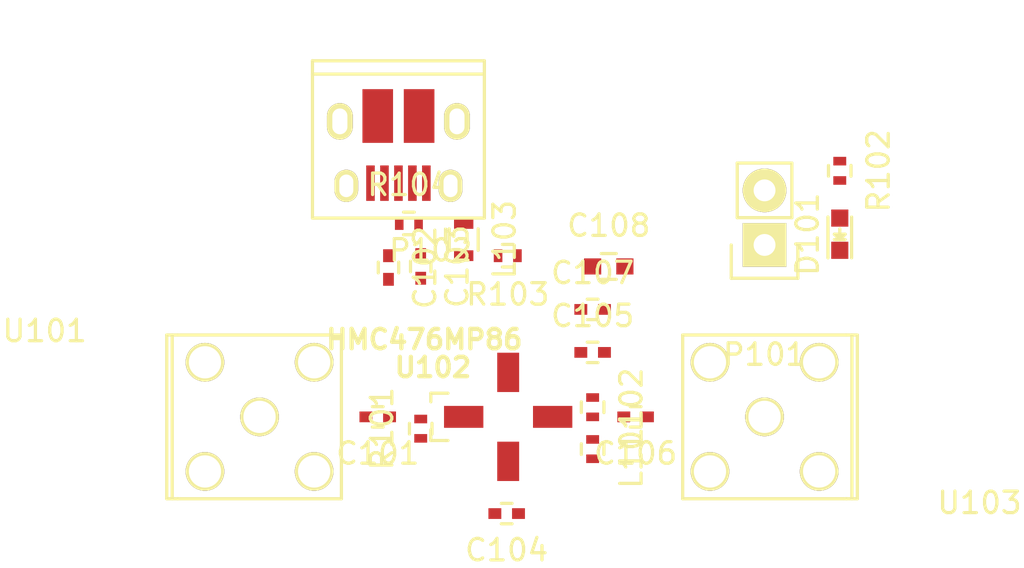
<source format=kicad_pcb>
(kicad_pcb (version 4) (host pcbnew 4.0.2-stable)

  (general
    (links 44)
    (no_connects 44)
    (area 0 0 0 0)
    (thickness 1.6)
    (drawings 0)
    (tracks 0)
    (zones 0)
    (modules 21)
    (nets 15)
  )

  (page A4)
  (layers
    (0 F.Cu signal)
    (31 B.Cu signal)
    (32 B.Adhes user)
    (33 F.Adhes user)
    (34 B.Paste user)
    (35 F.Paste user)
    (36 B.SilkS user)
    (37 F.SilkS user)
    (38 B.Mask user)
    (39 F.Mask user)
    (40 Dwgs.User user)
    (41 Cmts.User user)
    (42 Eco1.User user)
    (43 Eco2.User user)
    (44 Edge.Cuts user)
    (45 Margin user)
    (46 B.CrtYd user)
    (47 F.CrtYd user)
    (48 B.Fab user)
    (49 F.Fab user)
  )

  (setup
    (last_trace_width 0.25)
    (trace_clearance 0.2)
    (zone_clearance 0.508)
    (zone_45_only no)
    (trace_min 0.2)
    (segment_width 0.2)
    (edge_width 0.15)
    (via_size 0.6)
    (via_drill 0.4)
    (via_min_size 0.4)
    (via_min_drill 0.3)
    (uvia_size 0.3)
    (uvia_drill 0.1)
    (uvias_allowed no)
    (uvia_min_size 0.2)
    (uvia_min_drill 0.1)
    (pcb_text_width 0.3)
    (pcb_text_size 1.5 1.5)
    (mod_edge_width 0.15)
    (mod_text_size 1 1)
    (mod_text_width 0.15)
    (pad_size 1.524 1.524)
    (pad_drill 0.762)
    (pad_to_mask_clearance 0.2)
    (aux_axis_origin 0 0)
    (visible_elements FFFFFF7F)
    (pcbplotparams
      (layerselection 0x00030_80000001)
      (usegerberextensions false)
      (excludeedgelayer true)
      (linewidth 0.100000)
      (plotframeref false)
      (viasonmask false)
      (mode 1)
      (useauxorigin false)
      (hpglpennumber 1)
      (hpglpenspeed 20)
      (hpglpendiameter 15)
      (hpglpenoverlay 2)
      (psnegative false)
      (psa4output false)
      (plotreference true)
      (plotvalue true)
      (plotinvisibletext false)
      (padsonsilk false)
      (subtractmaskfromsilk false)
      (outputformat 1)
      (mirror false)
      (drillshape 1)
      (scaleselection 1)
      (outputdirectory ""))
  )

  (net 0 "")
  (net 1 "Net-(C101-Pad1)")
  (net 2 "Net-(C101-Pad2)")
  (net 3 "Net-(C102-Pad1)")
  (net 4 GND)
  (net 5 "Net-(C104-Pad1)")
  (net 6 "Net-(C104-Pad2)")
  (net 7 "Net-(C105-Pad1)")
  (net 8 "Net-(C106-Pad1)")
  (net 9 "Net-(D101-Pad2)")
  (net 10 "Net-(L103-Pad1)")
  (net 11 "Net-(P102-Pad2)")
  (net 12 "Net-(P102-Pad3)")
  (net 13 "Net-(P102-Pad6)")
  (net 14 "Net-(C106-Pad2)")

  (net_class Default "This is the default net class."
    (clearance 0.2)
    (trace_width 0.25)
    (via_dia 0.6)
    (via_drill 0.4)
    (uvia_dia 0.3)
    (uvia_drill 0.1)
    (add_net GND)
    (add_net "Net-(C101-Pad1)")
    (add_net "Net-(C101-Pad2)")
    (add_net "Net-(C102-Pad1)")
    (add_net "Net-(C104-Pad1)")
    (add_net "Net-(C104-Pad2)")
    (add_net "Net-(C105-Pad1)")
    (add_net "Net-(C106-Pad1)")
    (add_net "Net-(C106-Pad2)")
    (add_net "Net-(D101-Pad2)")
    (add_net "Net-(L103-Pad1)")
    (add_net "Net-(P102-Pad2)")
    (add_net "Net-(P102-Pad3)")
    (add_net "Net-(P102-Pad6)")
  )

  (module Capacitors_SMD:C_0402 (layer F.Cu) (tedit 5415D599) (tstamp 573D7291)
    (at 108 85 180)
    (descr "Capacitor SMD 0402, reflow soldering, AVX (see smccp.pdf)")
    (tags "capacitor 0402")
    (path /573D5DA7)
    (attr smd)
    (fp_text reference C101 (at 0 -1.7 180) (layer F.SilkS)
      (effects (font (size 1 1) (thickness 0.15)))
    )
    (fp_text value "1000 pF" (at 0 1.7 180) (layer F.Fab)
      (effects (font (size 1 1) (thickness 0.15)))
    )
    (fp_line (start -1.15 -0.6) (end 1.15 -0.6) (layer F.CrtYd) (width 0.05))
    (fp_line (start -1.15 0.6) (end 1.15 0.6) (layer F.CrtYd) (width 0.05))
    (fp_line (start -1.15 -0.6) (end -1.15 0.6) (layer F.CrtYd) (width 0.05))
    (fp_line (start 1.15 -0.6) (end 1.15 0.6) (layer F.CrtYd) (width 0.05))
    (fp_line (start 0.25 -0.475) (end -0.25 -0.475) (layer F.SilkS) (width 0.15))
    (fp_line (start -0.25 0.475) (end 0.25 0.475) (layer F.SilkS) (width 0.15))
    (pad 1 smd rect (at -0.55 0 180) (size 0.6 0.5) (layers F.Cu F.Paste F.Mask)
      (net 1 "Net-(C101-Pad1)"))
    (pad 2 smd rect (at 0.55 0 180) (size 0.6 0.5) (layers F.Cu F.Paste F.Mask)
      (net 2 "Net-(C101-Pad2)"))
    (model Capacitors_SMD.3dshapes/C_0402.wrl
      (at (xyz 0 0 0))
      (scale (xyz 1 1 1))
      (rotate (xyz 0 0 0))
    )
  )

  (module Capacitors_SMD:C_0402 (layer F.Cu) (tedit 5415D599) (tstamp 573D7297)
    (at 108.5 78.05 270)
    (descr "Capacitor SMD 0402, reflow soldering, AVX (see smccp.pdf)")
    (tags "capacitor 0402")
    (path /573D7265)
    (attr smd)
    (fp_text reference C102 (at 0 -1.7 270) (layer F.SilkS)
      (effects (font (size 1 1) (thickness 0.15)))
    )
    (fp_text value "100 nF" (at 0 1.7 270) (layer F.Fab)
      (effects (font (size 1 1) (thickness 0.15)))
    )
    (fp_line (start -1.15 -0.6) (end 1.15 -0.6) (layer F.CrtYd) (width 0.05))
    (fp_line (start -1.15 0.6) (end 1.15 0.6) (layer F.CrtYd) (width 0.05))
    (fp_line (start -1.15 -0.6) (end -1.15 0.6) (layer F.CrtYd) (width 0.05))
    (fp_line (start 1.15 -0.6) (end 1.15 0.6) (layer F.CrtYd) (width 0.05))
    (fp_line (start 0.25 -0.475) (end -0.25 -0.475) (layer F.SilkS) (width 0.15))
    (fp_line (start -0.25 0.475) (end 0.25 0.475) (layer F.SilkS) (width 0.15))
    (pad 1 smd rect (at -0.55 0 270) (size 0.6 0.5) (layers F.Cu F.Paste F.Mask)
      (net 3 "Net-(C102-Pad1)"))
    (pad 2 smd rect (at 0.55 0 270) (size 0.6 0.5) (layers F.Cu F.Paste F.Mask)
      (net 4 GND))
    (model Capacitors_SMD.3dshapes/C_0402.wrl
      (at (xyz 0 0 0))
      (scale (xyz 1 1 1))
      (rotate (xyz 0 0 0))
    )
  )

  (module Capacitors_SMD:C_0402 (layer F.Cu) (tedit 5415D599) (tstamp 573D729D)
    (at 110 78 270)
    (descr "Capacitor SMD 0402, reflow soldering, AVX (see smccp.pdf)")
    (tags "capacitor 0402")
    (path /573D7060)
    (attr smd)
    (fp_text reference C103 (at 0 -1.7 270) (layer F.SilkS)
      (effects (font (size 1 1) (thickness 0.15)))
    )
    (fp_text value "100 pF" (at 0 1.7 270) (layer F.Fab)
      (effects (font (size 1 1) (thickness 0.15)))
    )
    (fp_line (start -1.15 -0.6) (end 1.15 -0.6) (layer F.CrtYd) (width 0.05))
    (fp_line (start -1.15 0.6) (end 1.15 0.6) (layer F.CrtYd) (width 0.05))
    (fp_line (start -1.15 -0.6) (end -1.15 0.6) (layer F.CrtYd) (width 0.05))
    (fp_line (start 1.15 -0.6) (end 1.15 0.6) (layer F.CrtYd) (width 0.05))
    (fp_line (start 0.25 -0.475) (end -0.25 -0.475) (layer F.SilkS) (width 0.15))
    (fp_line (start -0.25 0.475) (end 0.25 0.475) (layer F.SilkS) (width 0.15))
    (pad 1 smd rect (at -0.55 0 270) (size 0.6 0.5) (layers F.Cu F.Paste F.Mask)
      (net 3 "Net-(C102-Pad1)"))
    (pad 2 smd rect (at 0.55 0 270) (size 0.6 0.5) (layers F.Cu F.Paste F.Mask)
      (net 4 GND))
    (model Capacitors_SMD.3dshapes/C_0402.wrl
      (at (xyz 0 0 0))
      (scale (xyz 1 1 1))
      (rotate (xyz 0 0 0))
    )
  )

  (module Capacitors_SMD:C_0402 (layer F.Cu) (tedit 5415D599) (tstamp 573D72A3)
    (at 114 89.5 180)
    (descr "Capacitor SMD 0402, reflow soldering, AVX (see smccp.pdf)")
    (tags "capacitor 0402")
    (path /573D63B7)
    (attr smd)
    (fp_text reference C104 (at 0 -1.7 180) (layer F.SilkS)
      (effects (font (size 1 1) (thickness 0.15)))
    )
    (fp_text value "100 nF" (at 0 1.7 180) (layer F.Fab)
      (effects (font (size 1 1) (thickness 0.15)))
    )
    (fp_line (start -1.15 -0.6) (end 1.15 -0.6) (layer F.CrtYd) (width 0.05))
    (fp_line (start -1.15 0.6) (end 1.15 0.6) (layer F.CrtYd) (width 0.05))
    (fp_line (start -1.15 -0.6) (end -1.15 0.6) (layer F.CrtYd) (width 0.05))
    (fp_line (start 1.15 -0.6) (end 1.15 0.6) (layer F.CrtYd) (width 0.05))
    (fp_line (start 0.25 -0.475) (end -0.25 -0.475) (layer F.SilkS) (width 0.15))
    (fp_line (start -0.25 0.475) (end 0.25 0.475) (layer F.SilkS) (width 0.15))
    (pad 1 smd rect (at -0.55 0 180) (size 0.6 0.5) (layers F.Cu F.Paste F.Mask)
      (net 5 "Net-(C104-Pad1)"))
    (pad 2 smd rect (at 0.55 0 180) (size 0.6 0.5) (layers F.Cu F.Paste F.Mask)
      (net 6 "Net-(C104-Pad2)"))
    (model Capacitors_SMD.3dshapes/C_0402.wrl
      (at (xyz 0 0 0))
      (scale (xyz 1 1 1))
      (rotate (xyz 0 0 0))
    )
  )

  (module Capacitors_SMD:C_0402 (layer F.Cu) (tedit 5415D599) (tstamp 573D72A9)
    (at 118 82)
    (descr "Capacitor SMD 0402, reflow soldering, AVX (see smccp.pdf)")
    (tags "capacitor 0402")
    (path /573D65ED)
    (attr smd)
    (fp_text reference C105 (at 0 -1.7) (layer F.SilkS)
      (effects (font (size 1 1) (thickness 0.15)))
    )
    (fp_text value "100 pF" (at 0 1.7) (layer F.Fab)
      (effects (font (size 1 1) (thickness 0.15)))
    )
    (fp_line (start -1.15 -0.6) (end 1.15 -0.6) (layer F.CrtYd) (width 0.05))
    (fp_line (start -1.15 0.6) (end 1.15 0.6) (layer F.CrtYd) (width 0.05))
    (fp_line (start -1.15 -0.6) (end -1.15 0.6) (layer F.CrtYd) (width 0.05))
    (fp_line (start 1.15 -0.6) (end 1.15 0.6) (layer F.CrtYd) (width 0.05))
    (fp_line (start 0.25 -0.475) (end -0.25 -0.475) (layer F.SilkS) (width 0.15))
    (fp_line (start -0.25 0.475) (end 0.25 0.475) (layer F.SilkS) (width 0.15))
    (pad 1 smd rect (at -0.55 0) (size 0.6 0.5) (layers F.Cu F.Paste F.Mask)
      (net 7 "Net-(C105-Pad1)"))
    (pad 2 smd rect (at 0.55 0) (size 0.6 0.5) (layers F.Cu F.Paste F.Mask)
      (net 4 GND))
    (model Capacitors_SMD.3dshapes/C_0402.wrl
      (at (xyz 0 0 0))
      (scale (xyz 1 1 1))
      (rotate (xyz 0 0 0))
    )
  )

  (module Capacitors_SMD:C_0402 (layer F.Cu) (tedit 5415D599) (tstamp 573D72AF)
    (at 120 85 180)
    (descr "Capacitor SMD 0402, reflow soldering, AVX (see smccp.pdf)")
    (tags "capacitor 0402")
    (path /573D5E00)
    (attr smd)
    (fp_text reference C106 (at 0 -1.7 180) (layer F.SilkS)
      (effects (font (size 1 1) (thickness 0.15)))
    )
    (fp_text value "1000 pF" (at 0 1.7 180) (layer F.Fab)
      (effects (font (size 1 1) (thickness 0.15)))
    )
    (fp_line (start -1.15 -0.6) (end 1.15 -0.6) (layer F.CrtYd) (width 0.05))
    (fp_line (start -1.15 0.6) (end 1.15 0.6) (layer F.CrtYd) (width 0.05))
    (fp_line (start -1.15 -0.6) (end -1.15 0.6) (layer F.CrtYd) (width 0.05))
    (fp_line (start 1.15 -0.6) (end 1.15 0.6) (layer F.CrtYd) (width 0.05))
    (fp_line (start 0.25 -0.475) (end -0.25 -0.475) (layer F.SilkS) (width 0.15))
    (fp_line (start -0.25 0.475) (end 0.25 0.475) (layer F.SilkS) (width 0.15))
    (pad 1 smd rect (at -0.55 0 180) (size 0.6 0.5) (layers F.Cu F.Paste F.Mask)
      (net 8 "Net-(C106-Pad1)"))
    (pad 2 smd rect (at 0.55 0 180) (size 0.6 0.5) (layers F.Cu F.Paste F.Mask)
      (net 14 "Net-(C106-Pad2)"))
    (model Capacitors_SMD.3dshapes/C_0402.wrl
      (at (xyz 0 0 0))
      (scale (xyz 1 1 1))
      (rotate (xyz 0 0 0))
    )
  )

  (module Capacitors_SMD:C_0402 (layer F.Cu) (tedit 5415D599) (tstamp 573D72B5)
    (at 118 80)
    (descr "Capacitor SMD 0402, reflow soldering, AVX (see smccp.pdf)")
    (tags "capacitor 0402")
    (path /573D6755)
    (attr smd)
    (fp_text reference C107 (at 0 -1.7) (layer F.SilkS)
      (effects (font (size 1 1) (thickness 0.15)))
    )
    (fp_text value "100 nF" (at 0 1.7) (layer F.Fab)
      (effects (font (size 1 1) (thickness 0.15)))
    )
    (fp_line (start -1.15 -0.6) (end 1.15 -0.6) (layer F.CrtYd) (width 0.05))
    (fp_line (start -1.15 0.6) (end 1.15 0.6) (layer F.CrtYd) (width 0.05))
    (fp_line (start -1.15 -0.6) (end -1.15 0.6) (layer F.CrtYd) (width 0.05))
    (fp_line (start 1.15 -0.6) (end 1.15 0.6) (layer F.CrtYd) (width 0.05))
    (fp_line (start 0.25 -0.475) (end -0.25 -0.475) (layer F.SilkS) (width 0.15))
    (fp_line (start -0.25 0.475) (end 0.25 0.475) (layer F.SilkS) (width 0.15))
    (pad 1 smd rect (at -0.55 0) (size 0.6 0.5) (layers F.Cu F.Paste F.Mask)
      (net 7 "Net-(C105-Pad1)"))
    (pad 2 smd rect (at 0.55 0) (size 0.6 0.5) (layers F.Cu F.Paste F.Mask)
      (net 4 GND))
    (model Capacitors_SMD.3dshapes/C_0402.wrl
      (at (xyz 0 0 0))
      (scale (xyz 1 1 1))
      (rotate (xyz 0 0 0))
    )
  )

  (module Capacitors_SMD:C_0603 (layer F.Cu) (tedit 5415D631) (tstamp 573D72BB)
    (at 118.75 78)
    (descr "Capacitor SMD 0603, reflow soldering, AVX (see smccp.pdf)")
    (tags "capacitor 0603")
    (path /573D679A)
    (attr smd)
    (fp_text reference C108 (at 0 -1.9) (layer F.SilkS)
      (effects (font (size 1 1) (thickness 0.15)))
    )
    (fp_text value "10 uF" (at 0 1.9) (layer F.Fab)
      (effects (font (size 1 1) (thickness 0.15)))
    )
    (fp_line (start -1.45 -0.75) (end 1.45 -0.75) (layer F.CrtYd) (width 0.05))
    (fp_line (start -1.45 0.75) (end 1.45 0.75) (layer F.CrtYd) (width 0.05))
    (fp_line (start -1.45 -0.75) (end -1.45 0.75) (layer F.CrtYd) (width 0.05))
    (fp_line (start 1.45 -0.75) (end 1.45 0.75) (layer F.CrtYd) (width 0.05))
    (fp_line (start -0.35 -0.6) (end 0.35 -0.6) (layer F.SilkS) (width 0.15))
    (fp_line (start 0.35 0.6) (end -0.35 0.6) (layer F.SilkS) (width 0.15))
    (pad 1 smd rect (at -0.75 0) (size 0.8 0.75) (layers F.Cu F.Paste F.Mask)
      (net 7 "Net-(C105-Pad1)"))
    (pad 2 smd rect (at 0.75 0) (size 0.8 0.75) (layers F.Cu F.Paste F.Mask)
      (net 4 GND))
    (model Capacitors_SMD.3dshapes/C_0603.wrl
      (at (xyz 0 0 0))
      (scale (xyz 1 1 1))
      (rotate (xyz 0 0 0))
    )
  )

  (module LEDs:LED_0603 (layer F.Cu) (tedit 55BDE255) (tstamp 573D72C1)
    (at 129.5 76.5 90)
    (descr "LED 0603 smd package")
    (tags "LED led 0603 SMD smd SMT smt smdled SMDLED smtled SMTLED")
    (path /573D5EAA)
    (attr smd)
    (fp_text reference D101 (at 0 -1.5 90) (layer F.SilkS)
      (effects (font (size 1 1) (thickness 0.15)))
    )
    (fp_text value LED (at 0 1.5 90) (layer F.Fab)
      (effects (font (size 1 1) (thickness 0.15)))
    )
    (fp_line (start -1.1 0.55) (end 0.8 0.55) (layer F.SilkS) (width 0.15))
    (fp_line (start -1.1 -0.55) (end 0.8 -0.55) (layer F.SilkS) (width 0.15))
    (fp_line (start -0.2 0) (end 0.25 0) (layer F.SilkS) (width 0.15))
    (fp_line (start -0.25 -0.25) (end -0.25 0.25) (layer F.SilkS) (width 0.15))
    (fp_line (start -0.25 0) (end 0 -0.25) (layer F.SilkS) (width 0.15))
    (fp_line (start 0 -0.25) (end 0 0.25) (layer F.SilkS) (width 0.15))
    (fp_line (start 0 0.25) (end -0.25 0) (layer F.SilkS) (width 0.15))
    (fp_line (start 1.4 -0.75) (end 1.4 0.75) (layer F.CrtYd) (width 0.05))
    (fp_line (start 1.4 0.75) (end -1.4 0.75) (layer F.CrtYd) (width 0.05))
    (fp_line (start -1.4 0.75) (end -1.4 -0.75) (layer F.CrtYd) (width 0.05))
    (fp_line (start -1.4 -0.75) (end 1.4 -0.75) (layer F.CrtYd) (width 0.05))
    (pad 2 smd rect (at 0.7493 0 270) (size 0.79756 0.79756) (layers F.Cu F.Paste F.Mask)
      (net 9 "Net-(D101-Pad2)"))
    (pad 1 smd rect (at -0.7493 0 270) (size 0.79756 0.79756) (layers F.Cu F.Paste F.Mask)
      (net 4 GND))
    (model LEDs.3dshapes/LED_0603.wrl
      (at (xyz 0 0 0))
      (scale (xyz 1 1 1))
      (rotate (xyz 0 0 180))
    )
  )

  (module Resistors_SMD:R_0402 (layer F.Cu) (tedit 5415CBB8) (tstamp 573D72C7)
    (at 118 86.5 270)
    (descr "Resistor SMD 0402, reflow soldering, Vishay (see dcrcw.pdf)")
    (tags "resistor 0402")
    (path /573D6363)
    (attr smd)
    (fp_text reference L101 (at 0 -1.8 270) (layer F.SilkS)
      (effects (font (size 1 1) (thickness 0.15)))
    )
    (fp_text value "2.2 nH" (at 0 1.8 270) (layer F.Fab)
      (effects (font (size 1 1) (thickness 0.15)))
    )
    (fp_line (start -0.95 -0.65) (end 0.95 -0.65) (layer F.CrtYd) (width 0.05))
    (fp_line (start -0.95 0.65) (end 0.95 0.65) (layer F.CrtYd) (width 0.05))
    (fp_line (start -0.95 -0.65) (end -0.95 0.65) (layer F.CrtYd) (width 0.05))
    (fp_line (start 0.95 -0.65) (end 0.95 0.65) (layer F.CrtYd) (width 0.05))
    (fp_line (start 0.25 -0.525) (end -0.25 -0.525) (layer F.SilkS) (width 0.15))
    (fp_line (start -0.25 0.525) (end 0.25 0.525) (layer F.SilkS) (width 0.15))
    (pad 1 smd rect (at -0.45 0 270) (size 0.4 0.6) (layers F.Cu F.Paste F.Mask)
      (net 14 "Net-(C106-Pad2)"))
    (pad 2 smd rect (at 0.45 0 270) (size 0.4 0.6) (layers F.Cu F.Paste F.Mask)
      (net 5 "Net-(C104-Pad1)"))
    (model Resistors_SMD.3dshapes/R_0402.wrl
      (at (xyz 0 0 0))
      (scale (xyz 1 1 1))
      (rotate (xyz 0 0 0))
    )
  )

  (module Resistors_SMD:R_0402 (layer F.Cu) (tedit 5415CBB8) (tstamp 573D72CD)
    (at 118 84.55 270)
    (descr "Resistor SMD 0402, reflow soldering, Vishay (see dcrcw.pdf)")
    (tags "resistor 0402")
    (path /573D626B)
    (attr smd)
    (fp_text reference L102 (at 0 -1.8 270) (layer F.SilkS)
      (effects (font (size 1 1) (thickness 0.15)))
    )
    (fp_text value "22 nH" (at 0 1.8 270) (layer F.Fab)
      (effects (font (size 1 1) (thickness 0.15)))
    )
    (fp_line (start -0.95 -0.65) (end 0.95 -0.65) (layer F.CrtYd) (width 0.05))
    (fp_line (start -0.95 0.65) (end 0.95 0.65) (layer F.CrtYd) (width 0.05))
    (fp_line (start -0.95 -0.65) (end -0.95 0.65) (layer F.CrtYd) (width 0.05))
    (fp_line (start 0.95 -0.65) (end 0.95 0.65) (layer F.CrtYd) (width 0.05))
    (fp_line (start 0.25 -0.525) (end -0.25 -0.525) (layer F.SilkS) (width 0.15))
    (fp_line (start -0.25 0.525) (end 0.25 0.525) (layer F.SilkS) (width 0.15))
    (pad 1 smd rect (at -0.45 0 270) (size 0.4 0.6) (layers F.Cu F.Paste F.Mask)
      (net 7 "Net-(C105-Pad1)"))
    (pad 2 smd rect (at 0.45 0 270) (size 0.4 0.6) (layers F.Cu F.Paste F.Mask)
      (net 14 "Net-(C106-Pad2)"))
    (model Resistors_SMD.3dshapes/R_0402.wrl
      (at (xyz 0 0 0))
      (scale (xyz 1 1 1))
      (rotate (xyz 0 0 0))
    )
  )

  (module Resistors_SMD:R_0603 (layer F.Cu) (tedit 5415CC62) (tstamp 573D72D3)
    (at 112 76.75 270)
    (descr "Resistor SMD 0603, reflow soldering, Vishay (see dcrcw.pdf)")
    (tags "resistor 0603")
    (path /573D6DDF)
    (attr smd)
    (fp_text reference L103 (at 0 -1.9 270) (layer F.SilkS)
      (effects (font (size 1 1) (thickness 0.15)))
    )
    (fp_text value CHIP (at 0 1.9 270) (layer F.Fab)
      (effects (font (size 1 1) (thickness 0.15)))
    )
    (fp_line (start -1.3 -0.8) (end 1.3 -0.8) (layer F.CrtYd) (width 0.05))
    (fp_line (start -1.3 0.8) (end 1.3 0.8) (layer F.CrtYd) (width 0.05))
    (fp_line (start -1.3 -0.8) (end -1.3 0.8) (layer F.CrtYd) (width 0.05))
    (fp_line (start 1.3 -0.8) (end 1.3 0.8) (layer F.CrtYd) (width 0.05))
    (fp_line (start 0.5 0.675) (end -0.5 0.675) (layer F.SilkS) (width 0.15))
    (fp_line (start -0.5 -0.675) (end 0.5 -0.675) (layer F.SilkS) (width 0.15))
    (pad 1 smd rect (at -0.75 0 270) (size 0.5 0.9) (layers F.Cu F.Paste F.Mask)
      (net 10 "Net-(L103-Pad1)"))
    (pad 2 smd rect (at 0.75 0 270) (size 0.5 0.9) (layers F.Cu F.Paste F.Mask)
      (net 3 "Net-(C102-Pad1)"))
    (model Resistors_SMD.3dshapes/R_0603.wrl
      (at (xyz 0 0 0))
      (scale (xyz 1 1 1))
      (rotate (xyz 0 0 0))
    )
  )

  (module Pin_Headers:Pin_Header_Straight_1x02 (layer F.Cu) (tedit 54EA090C) (tstamp 573D72D9)
    (at 126 77 180)
    (descr "Through hole pin header")
    (tags "pin header")
    (path /573D7505)
    (fp_text reference P101 (at 0 -5.1 180) (layer F.SilkS)
      (effects (font (size 1 1) (thickness 0.15)))
    )
    (fp_text value CONN_01X02 (at 0 -3.1 180) (layer F.Fab)
      (effects (font (size 1 1) (thickness 0.15)))
    )
    (fp_line (start 1.27 1.27) (end 1.27 3.81) (layer F.SilkS) (width 0.15))
    (fp_line (start 1.55 -1.55) (end 1.55 0) (layer F.SilkS) (width 0.15))
    (fp_line (start -1.75 -1.75) (end -1.75 4.3) (layer F.CrtYd) (width 0.05))
    (fp_line (start 1.75 -1.75) (end 1.75 4.3) (layer F.CrtYd) (width 0.05))
    (fp_line (start -1.75 -1.75) (end 1.75 -1.75) (layer F.CrtYd) (width 0.05))
    (fp_line (start -1.75 4.3) (end 1.75 4.3) (layer F.CrtYd) (width 0.05))
    (fp_line (start 1.27 1.27) (end -1.27 1.27) (layer F.SilkS) (width 0.15))
    (fp_line (start -1.55 0) (end -1.55 -1.55) (layer F.SilkS) (width 0.15))
    (fp_line (start -1.55 -1.55) (end 1.55 -1.55) (layer F.SilkS) (width 0.15))
    (fp_line (start -1.27 1.27) (end -1.27 3.81) (layer F.SilkS) (width 0.15))
    (fp_line (start -1.27 3.81) (end 1.27 3.81) (layer F.SilkS) (width 0.15))
    (pad 1 thru_hole rect (at 0 0 180) (size 2.032 2.032) (drill 1.016) (layers *.Cu *.Mask F.SilkS)
      (net 4 GND))
    (pad 2 thru_hole oval (at 0 2.54 180) (size 2.032 2.032) (drill 1.016) (layers *.Cu *.Mask F.SilkS)
      (net 3 "Net-(C102-Pad1)"))
    (model Pin_Headers.3dshapes/Pin_Header_Straight_1x02.wrl
      (at (xyz 0 -0.05 0))
      (scale (xyz 1 1 1))
      (rotate (xyz 0 0 90))
    )
  )

  (module Connect:USB_Micro-B_10103594-0001LF (layer F.Cu) (tedit 560290CC) (tstamp 573D72E8)
    (at 108.9625 72.625 180)
    (descr "Micro USB Type B 10103594-0001LF")
    (tags "USB USB_B USB_micro USB_OTG")
    (path /573D7D2C)
    (attr smd)
    (fp_text reference P102 (at -1.5 -4.625 180) (layer F.SilkS)
      (effects (font (size 1 1) (thickness 0.15)))
    )
    (fp_text value USB_OTG (at 0 6.175 180) (layer F.Fab)
      (effects (font (size 1 1) (thickness 0.15)))
    )
    (fp_line (start -4.25 -3.4) (end 4.25 -3.4) (layer F.CrtYd) (width 0.05))
    (fp_line (start 4.25 -3.4) (end 4.25 4.45) (layer F.CrtYd) (width 0.05))
    (fp_line (start 4.25 4.45) (end -4.25 4.45) (layer F.CrtYd) (width 0.05))
    (fp_line (start -4.25 4.45) (end -4.25 -3.4) (layer F.CrtYd) (width 0.05))
    (fp_line (start -4 4.195) (end 4 4.195) (layer F.SilkS) (width 0.15))
    (fp_line (start -4 -3.125) (end 4 -3.125) (layer F.SilkS) (width 0.15))
    (fp_line (start 4 -3.125) (end 4 4.195) (layer F.SilkS) (width 0.15))
    (fp_line (start 4 3.575) (end -4 3.575) (layer F.SilkS) (width 0.15))
    (fp_line (start -4 4.195) (end -4 -3.125) (layer F.SilkS) (width 0.15))
    (pad 1 smd rect (at -1.3 -1.5 270) (size 1.65 0.4) (layers F.Cu F.Paste F.Mask)
      (net 10 "Net-(L103-Pad1)"))
    (pad 2 smd rect (at -0.65 -1.5 270) (size 1.65 0.4) (layers F.Cu F.Paste F.Mask)
      (net 11 "Net-(P102-Pad2)"))
    (pad 3 smd rect (at -0.0009 -1.5 270) (size 1.65 0.4) (layers F.Cu F.Paste F.Mask)
      (net 12 "Net-(P102-Pad3)"))
    (pad 4 smd rect (at 0.65 -1.5 270) (size 1.65 0.4) (layers F.Cu F.Paste F.Mask))
    (pad 5 smd rect (at 1.3 -1.5 270) (size 1.65 0.4) (layers F.Cu F.Paste F.Mask)
      (net 4 GND))
    (pad 6 thru_hole oval (at -2.425 -1.625 270) (size 1.5 1.1) (drill oval 1.05 0.65) (layers *.Cu *.Mask F.SilkS)
      (net 13 "Net-(P102-Pad6)"))
    (pad 6 thru_hole oval (at 2.425 -1.625 270) (size 1.5 1.1) (drill oval 1.05 0.65) (layers *.Cu *.Mask F.SilkS)
      (net 13 "Net-(P102-Pad6)"))
    (pad 6 thru_hole oval (at -2.725 1.375 270) (size 1.7 1.2) (drill oval 1.2 0.7) (layers *.Cu *.Mask F.SilkS)
      (net 13 "Net-(P102-Pad6)"))
    (pad 6 thru_hole oval (at 2.725 1.375 270) (size 1.7 1.2) (drill oval 1.2 0.7) (layers *.Cu *.Mask F.SilkS)
      (net 13 "Net-(P102-Pad6)"))
    (pad 6 smd rect (at -0.9625 1.625 270) (size 2.5 1.425) (layers F.Cu F.Paste F.Mask)
      (net 13 "Net-(P102-Pad6)"))
    (pad 6 smd rect (at 0.9625 1.625 270) (size 2.5 1.425) (layers F.Cu F.Paste F.Mask)
      (net 13 "Net-(P102-Pad6)"))
  )

  (module Resistors_SMD:R_0402 (layer F.Cu) (tedit 5415CBB8) (tstamp 573D72EE)
    (at 110 85.55 90)
    (descr "Resistor SMD 0402, reflow soldering, Vishay (see dcrcw.pdf)")
    (tags "resistor 0402")
    (path /573D6316)
    (attr smd)
    (fp_text reference R101 (at 0 -1.8 90) (layer F.SilkS)
      (effects (font (size 1 1) (thickness 0.15)))
    )
    (fp_text value 1k (at 0 1.8 90) (layer F.Fab)
      (effects (font (size 1 1) (thickness 0.15)))
    )
    (fp_line (start -0.95 -0.65) (end 0.95 -0.65) (layer F.CrtYd) (width 0.05))
    (fp_line (start -0.95 0.65) (end 0.95 0.65) (layer F.CrtYd) (width 0.05))
    (fp_line (start -0.95 -0.65) (end -0.95 0.65) (layer F.CrtYd) (width 0.05))
    (fp_line (start 0.95 -0.65) (end 0.95 0.65) (layer F.CrtYd) (width 0.05))
    (fp_line (start 0.25 -0.525) (end -0.25 -0.525) (layer F.SilkS) (width 0.15))
    (fp_line (start -0.25 0.525) (end 0.25 0.525) (layer F.SilkS) (width 0.15))
    (pad 1 smd rect (at -0.45 0 90) (size 0.4 0.6) (layers F.Cu F.Paste F.Mask)
      (net 6 "Net-(C104-Pad2)"))
    (pad 2 smd rect (at 0.45 0 90) (size 0.4 0.6) (layers F.Cu F.Paste F.Mask)
      (net 1 "Net-(C101-Pad1)"))
    (model Resistors_SMD.3dshapes/R_0402.wrl
      (at (xyz 0 0 0))
      (scale (xyz 1 1 1))
      (rotate (xyz 0 0 0))
    )
  )

  (module Resistors_SMD:R_0402 (layer F.Cu) (tedit 5415CBB8) (tstamp 573D72F4)
    (at 129.5 73.55 270)
    (descr "Resistor SMD 0402, reflow soldering, Vishay (see dcrcw.pdf)")
    (tags "resistor 0402")
    (path /573D5EE8)
    (attr smd)
    (fp_text reference R102 (at 0 -1.8 270) (layer F.SilkS)
      (effects (font (size 1 1) (thickness 0.15)))
    )
    (fp_text value 1k (at 0 1.8 270) (layer F.Fab)
      (effects (font (size 1 1) (thickness 0.15)))
    )
    (fp_line (start -0.95 -0.65) (end 0.95 -0.65) (layer F.CrtYd) (width 0.05))
    (fp_line (start -0.95 0.65) (end 0.95 0.65) (layer F.CrtYd) (width 0.05))
    (fp_line (start -0.95 -0.65) (end -0.95 0.65) (layer F.CrtYd) (width 0.05))
    (fp_line (start 0.95 -0.65) (end 0.95 0.65) (layer F.CrtYd) (width 0.05))
    (fp_line (start 0.25 -0.525) (end -0.25 -0.525) (layer F.SilkS) (width 0.15))
    (fp_line (start -0.25 0.525) (end 0.25 0.525) (layer F.SilkS) (width 0.15))
    (pad 1 smd rect (at -0.45 0 270) (size 0.4 0.6) (layers F.Cu F.Paste F.Mask)
      (net 3 "Net-(C102-Pad1)"))
    (pad 2 smd rect (at 0.45 0 270) (size 0.4 0.6) (layers F.Cu F.Paste F.Mask)
      (net 9 "Net-(D101-Pad2)"))
    (model Resistors_SMD.3dshapes/R_0402.wrl
      (at (xyz 0 0 0))
      (scale (xyz 1 1 1))
      (rotate (xyz 0 0 0))
    )
  )

  (module Resistors_SMD:R_0402 (layer F.Cu) (tedit 5415CBB8) (tstamp 573D72FA)
    (at 114.05 77.5 180)
    (descr "Resistor SMD 0402, reflow soldering, Vishay (see dcrcw.pdf)")
    (tags "resistor 0402")
    (path /573D68E3)
    (attr smd)
    (fp_text reference R103 (at 0 -1.8 180) (layer F.SilkS)
      (effects (font (size 1 1) (thickness 0.15)))
    )
    (fp_text value 56 (at 0 1.8 180) (layer F.Fab)
      (effects (font (size 1 1) (thickness 0.15)))
    )
    (fp_line (start -0.95 -0.65) (end 0.95 -0.65) (layer F.CrtYd) (width 0.05))
    (fp_line (start -0.95 0.65) (end 0.95 0.65) (layer F.CrtYd) (width 0.05))
    (fp_line (start -0.95 -0.65) (end -0.95 0.65) (layer F.CrtYd) (width 0.05))
    (fp_line (start 0.95 -0.65) (end 0.95 0.65) (layer F.CrtYd) (width 0.05))
    (fp_line (start 0.25 -0.525) (end -0.25 -0.525) (layer F.SilkS) (width 0.15))
    (fp_line (start -0.25 0.525) (end 0.25 0.525) (layer F.SilkS) (width 0.15))
    (pad 1 smd rect (at -0.45 0 180) (size 0.4 0.6) (layers F.Cu F.Paste F.Mask)
      (net 7 "Net-(C105-Pad1)"))
    (pad 2 smd rect (at 0.45 0 180) (size 0.4 0.6) (layers F.Cu F.Paste F.Mask)
      (net 3 "Net-(C102-Pad1)"))
    (model Resistors_SMD.3dshapes/R_0402.wrl
      (at (xyz 0 0 0))
      (scale (xyz 1 1 1))
      (rotate (xyz 0 0 0))
    )
  )

  (module Resistors_SMD:R_0402 (layer F.Cu) (tedit 5415CBB8) (tstamp 573D7300)
    (at 109.45 76)
    (descr "Resistor SMD 0402, reflow soldering, Vishay (see dcrcw.pdf)")
    (tags "resistor 0402")
    (path /573D6F67)
    (attr smd)
    (fp_text reference R104 (at 0 -1.8) (layer F.SilkS)
      (effects (font (size 1 1) (thickness 0.15)))
    )
    (fp_text value 56 (at 0 1.8) (layer F.Fab)
      (effects (font (size 1 1) (thickness 0.15)))
    )
    (fp_line (start -0.95 -0.65) (end 0.95 -0.65) (layer F.CrtYd) (width 0.05))
    (fp_line (start -0.95 0.65) (end 0.95 0.65) (layer F.CrtYd) (width 0.05))
    (fp_line (start -0.95 -0.65) (end -0.95 0.65) (layer F.CrtYd) (width 0.05))
    (fp_line (start 0.95 -0.65) (end 0.95 0.65) (layer F.CrtYd) (width 0.05))
    (fp_line (start 0.25 -0.525) (end -0.25 -0.525) (layer F.SilkS) (width 0.15))
    (fp_line (start -0.25 0.525) (end 0.25 0.525) (layer F.SilkS) (width 0.15))
    (pad 1 smd rect (at -0.45 0) (size 0.4 0.6) (layers F.Cu F.Paste F.Mask)
      (net 12 "Net-(P102-Pad3)"))
    (pad 2 smd rect (at 0.45 0) (size 0.4 0.6) (layers F.Cu F.Paste F.Mask)
      (net 11 "Net-(P102-Pad2)"))
    (model Resistors_SMD.3dshapes/R_0402.wrl
      (at (xyz 0 0 0))
      (scale (xyz 1 1 1))
      (rotate (xyz 0 0 0))
    )
  )

  (module vna_footprints:732512200_SMA (layer F.Cu) (tedit 56AF1EC8) (tstamp 573D7309)
    (at 102.5 85)
    (path /573D7716)
    (fp_text reference U101 (at -10 -4) (layer F.SilkS)
      (effects (font (size 1 1) (thickness 0.15)))
    )
    (fp_text value CONN_SMA (at -6 -6) (layer F.Fab)
      (effects (font (size 1 1) (thickness 0.15)))
    )
    (fp_line (start -4.064 3.81) (end -4.064 -3.81) (layer F.SilkS) (width 0.15))
    (fp_line (start -4.318 3.81) (end -3.81 3.81) (layer F.SilkS) (width 0.15))
    (fp_line (start -4.318 -3.81) (end -4.318 3.81) (layer F.SilkS) (width 0.15))
    (fp_line (start -4.318 -3.81) (end -3.81 -3.81) (layer F.SilkS) (width 0.15))
    (fp_line (start 3.81 3.81) (end -3.81 3.81) (layer F.SilkS) (width 0.15))
    (fp_line (start 3.81 -3.81) (end 3.81 3.81) (layer F.SilkS) (width 0.15))
    (fp_line (start -3.81 -3.81) (end 3.81 -3.81) (layer F.SilkS) (width 0.15))
    (pad 1 thru_hole circle (at 0 0) (size 1.8 1.8) (drill 1.5) (layers *.Cu *.Mask F.SilkS)
      (net 2 "Net-(C101-Pad2)"))
    (pad 2 thru_hole circle (at -2.54 2.54) (size 1.8 1.8) (drill 1.5) (layers *.Cu *.Mask F.SilkS)
      (net 4 GND))
    (pad 3 thru_hole circle (at -2.54 -2.54) (size 1.8 1.8) (drill 1.5) (layers *.Cu *.Mask F.SilkS)
      (net 4 GND))
    (pad 4 thru_hole circle (at 2.54 -2.54) (size 1.8 1.8) (drill 1.5) (layers *.Cu *.Mask F.SilkS)
      (net 4 GND))
    (pad 5 thru_hole circle (at 2.54 2.54) (size 1.8 1.8) (drill 1.5) (layers *.Cu *.Mask F.SilkS)
      (net 4 GND))
  )

  (module probe_footprints:sot86 (layer F.Cu) (tedit 0) (tstamp 573D7311)
    (at 114.07 85)
    (path /573D6088)
    (fp_text reference U102 (at -3.5 -2.3) (layer F.SilkS)
      (effects (font (size 0.9 0.9) (thickness 0.2)))
    )
    (fp_text value HMC476MP86 (at -3.9 -3.6) (layer F.SilkS)
      (effects (font (size 0.9 0.9) (thickness 0.2)))
    )
    (fp_line (start -2.9 1.1) (end -2.8 1.1) (layer F.SilkS) (width 0.15))
    (fp_line (start -3.6 0.6) (end -3.6 1) (layer F.SilkS) (width 0.15))
    (fp_line (start -3.6 1) (end -3.6 1.1) (layer F.SilkS) (width 0.15))
    (fp_line (start -3.6 1.1) (end -2.9 1.1) (layer F.SilkS) (width 0.15))
    (fp_line (start -3.6 -1.1) (end -2.8 -1.1) (layer F.SilkS) (width 0.15))
    (fp_line (start -3.6 -1.1) (end -3.6 -0.7) (layer F.SilkS) (width 0.15))
    (pad 1 smd rect (at -2.07 0 180) (size 1.83 1.02) (layers F.Cu F.Paste F.Mask)
      (net 1 "Net-(C101-Pad1)"))
    (pad 3 smd rect (at 2.07 0 180) (size 1.83 1.02) (layers F.Cu F.Paste F.Mask)
      (net 14 "Net-(C106-Pad2)"))
    (pad 4 smd rect (at 0 -2.07 270) (size 1.83 1.02) (layers F.Cu F.Paste F.Mask)
      (net 4 GND))
    (pad 2 smd rect (at 0 2.07 270) (size 1.83 1.02) (layers F.Cu F.Paste F.Mask)
      (net 4 GND))
  )

  (module vna_footprints:732512200_SMA (layer F.Cu) (tedit 56AF1EC8) (tstamp 573D731A)
    (at 126 85 180)
    (path /573D72E4)
    (fp_text reference U103 (at -10 -4 180) (layer F.SilkS)
      (effects (font (size 1 1) (thickness 0.15)))
    )
    (fp_text value CONN_SMA (at -6 -6 180) (layer F.Fab)
      (effects (font (size 1 1) (thickness 0.15)))
    )
    (fp_line (start -4.064 3.81) (end -4.064 -3.81) (layer F.SilkS) (width 0.15))
    (fp_line (start -4.318 3.81) (end -3.81 3.81) (layer F.SilkS) (width 0.15))
    (fp_line (start -4.318 -3.81) (end -4.318 3.81) (layer F.SilkS) (width 0.15))
    (fp_line (start -4.318 -3.81) (end -3.81 -3.81) (layer F.SilkS) (width 0.15))
    (fp_line (start 3.81 3.81) (end -3.81 3.81) (layer F.SilkS) (width 0.15))
    (fp_line (start 3.81 -3.81) (end 3.81 3.81) (layer F.SilkS) (width 0.15))
    (fp_line (start -3.81 -3.81) (end 3.81 -3.81) (layer F.SilkS) (width 0.15))
    (pad 1 thru_hole circle (at 0 0 180) (size 1.8 1.8) (drill 1.5) (layers *.Cu *.Mask F.SilkS)
      (net 8 "Net-(C106-Pad1)"))
    (pad 2 thru_hole circle (at -2.54 2.54 180) (size 1.8 1.8) (drill 1.5) (layers *.Cu *.Mask F.SilkS)
      (net 4 GND))
    (pad 3 thru_hole circle (at -2.54 -2.54 180) (size 1.8 1.8) (drill 1.5) (layers *.Cu *.Mask F.SilkS)
      (net 4 GND))
    (pad 4 thru_hole circle (at 2.54 -2.54 180) (size 1.8 1.8) (drill 1.5) (layers *.Cu *.Mask F.SilkS)
      (net 4 GND))
    (pad 5 thru_hole circle (at 2.54 2.54 180) (size 1.8 1.8) (drill 1.5) (layers *.Cu *.Mask F.SilkS)
      (net 4 GND))
  )

)

</source>
